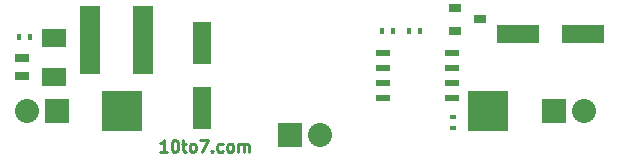
<source format=gts>
%FSLAX34Y34*%
G04 Gerber Fmt 3.4, Leading zero omitted, Abs format*
G04 (created by PCBNEW (2014-03-19 BZR 4756)-product) date Wed 16 Jul 2014 00:37:10 BST*
%MOIN*%
G01*
G70*
G90*
G04 APERTURE LIST*
%ADD10C,0.005906*%
%ADD11C,0.009843*%
%ADD12R,0.080000X0.080000*%
%ADD13O,0.080000X0.080000*%
%ADD14R,0.133900X0.133900*%
%ADD15R,0.141700X0.063000*%
%ADD16R,0.023600X0.015700*%
%ADD17R,0.015700X0.023600*%
%ADD18R,0.063000X0.141700*%
%ADD19R,0.039400X0.031500*%
%ADD20R,0.045000X0.025000*%
%ADD21R,0.080000X0.060000*%
%ADD22R,0.070866X0.228346*%
%ADD23R,0.047200X0.023600*%
G04 APERTURE END LIST*
G54D10*
G54D11*
X52238Y-38997D02*
X52013Y-38997D01*
X52125Y-38997D02*
X52125Y-38603D01*
X52088Y-38659D01*
X52050Y-38697D01*
X52013Y-38715D01*
X52481Y-38603D02*
X52519Y-38603D01*
X52556Y-38622D01*
X52575Y-38640D01*
X52594Y-38678D01*
X52612Y-38753D01*
X52612Y-38847D01*
X52594Y-38922D01*
X52575Y-38959D01*
X52556Y-38978D01*
X52519Y-38997D01*
X52481Y-38997D01*
X52444Y-38978D01*
X52425Y-38959D01*
X52406Y-38922D01*
X52387Y-38847D01*
X52387Y-38753D01*
X52406Y-38678D01*
X52425Y-38640D01*
X52444Y-38622D01*
X52481Y-38603D01*
X52725Y-38734D02*
X52875Y-38734D01*
X52781Y-38603D02*
X52781Y-38940D01*
X52800Y-38978D01*
X52837Y-38997D01*
X52875Y-38997D01*
X53062Y-38997D02*
X53025Y-38978D01*
X53006Y-38959D01*
X52987Y-38922D01*
X52987Y-38809D01*
X53006Y-38772D01*
X53025Y-38753D01*
X53062Y-38734D01*
X53119Y-38734D01*
X53156Y-38753D01*
X53175Y-38772D01*
X53194Y-38809D01*
X53194Y-38922D01*
X53175Y-38959D01*
X53156Y-38978D01*
X53119Y-38997D01*
X53062Y-38997D01*
X53325Y-38603D02*
X53587Y-38603D01*
X53419Y-38997D01*
X53737Y-38959D02*
X53756Y-38978D01*
X53737Y-38997D01*
X53719Y-38978D01*
X53737Y-38959D01*
X53737Y-38997D01*
X54094Y-38978D02*
X54056Y-38997D01*
X53981Y-38997D01*
X53944Y-38978D01*
X53925Y-38959D01*
X53906Y-38922D01*
X53906Y-38809D01*
X53925Y-38772D01*
X53944Y-38753D01*
X53981Y-38734D01*
X54056Y-38734D01*
X54094Y-38753D01*
X54318Y-38997D02*
X54281Y-38978D01*
X54262Y-38959D01*
X54244Y-38922D01*
X54244Y-38809D01*
X54262Y-38772D01*
X54281Y-38753D01*
X54318Y-38734D01*
X54375Y-38734D01*
X54412Y-38753D01*
X54431Y-38772D01*
X54450Y-38809D01*
X54450Y-38922D01*
X54431Y-38959D01*
X54412Y-38978D01*
X54375Y-38997D01*
X54318Y-38997D01*
X54618Y-38997D02*
X54618Y-38734D01*
X54618Y-38772D02*
X54637Y-38753D01*
X54675Y-38734D01*
X54731Y-38734D01*
X54768Y-38753D01*
X54787Y-38790D01*
X54787Y-38997D01*
X54787Y-38790D02*
X54806Y-38753D01*
X54843Y-38734D01*
X54900Y-38734D01*
X54937Y-38753D01*
X54956Y-38790D01*
X54956Y-38997D01*
G54D12*
X65120Y-37637D03*
G54D13*
X66120Y-37637D03*
G54D12*
X48561Y-37637D03*
G54D13*
X47561Y-37637D03*
G54D14*
X50738Y-37637D03*
X62942Y-37637D03*
G54D15*
X63926Y-35078D03*
X66092Y-35078D03*
G54D16*
X61761Y-37854D03*
X61761Y-38208D03*
G54D17*
X60305Y-34980D03*
X60659Y-34980D03*
G54D18*
X53395Y-37539D03*
X53395Y-35373D03*
G54D19*
X62686Y-34586D03*
X61820Y-34961D03*
X61820Y-34211D03*
G54D20*
X47391Y-36461D03*
X47391Y-35861D03*
G54D21*
X48474Y-35216D03*
X48474Y-36516D03*
G54D22*
X51427Y-35275D03*
X49655Y-35275D03*
G54D17*
X59773Y-34980D03*
X59419Y-34980D03*
X47667Y-35177D03*
X47313Y-35177D03*
G54D23*
X59438Y-35708D03*
X59438Y-36200D03*
X59438Y-36712D03*
X59438Y-37204D03*
X61722Y-37204D03*
X61722Y-36712D03*
X61722Y-36200D03*
X61722Y-35688D03*
G54D12*
X56340Y-38425D03*
G54D13*
X57340Y-38425D03*
M02*

</source>
